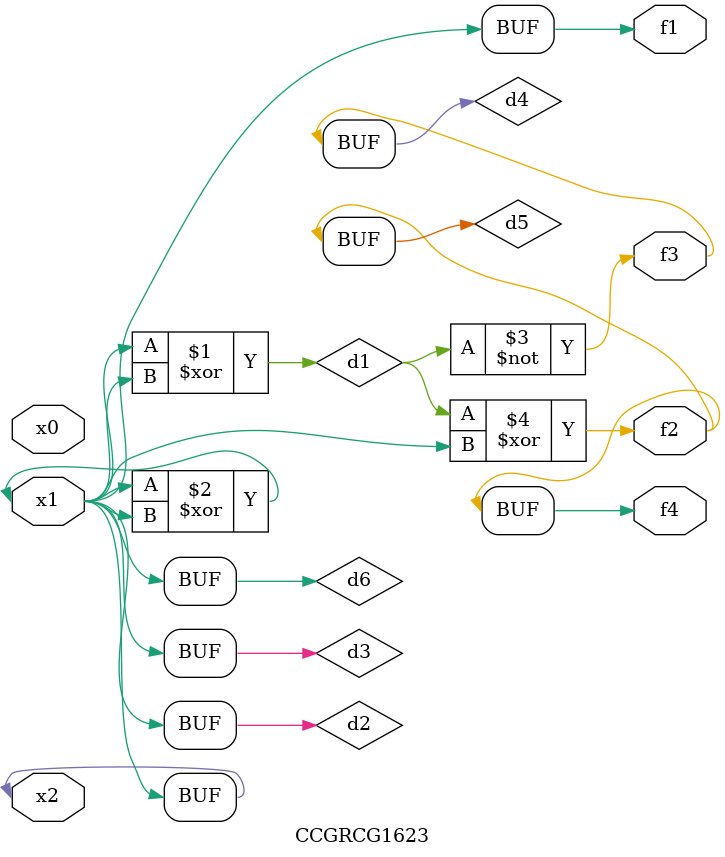
<source format=v>
module CCGRCG1623(
	input x0, x1, x2,
	output f1, f2, f3, f4
);

	wire d1, d2, d3, d4, d5, d6;

	xor (d1, x1, x2);
	buf (d2, x1, x2);
	xor (d3, x1, x2);
	nor (d4, d1);
	xor (d5, d1, d2);
	buf (d6, d2, d3);
	assign f1 = d6;
	assign f2 = d5;
	assign f3 = d4;
	assign f4 = d5;
endmodule

</source>
